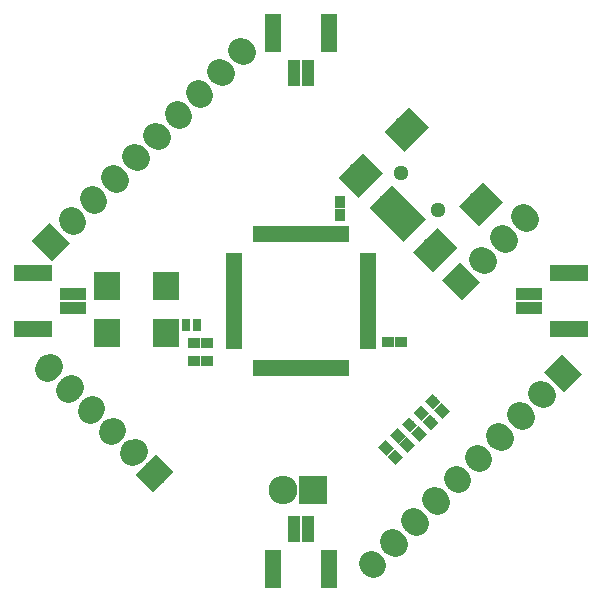
<source format=gbr>
G04 #@! TF.GenerationSoftware,KiCad,Pcbnew,5.0-dev-unknown-28f1209~61~ubuntu16.04.1*
G04 #@! TF.CreationDate,2018-02-18T12:37:57+01:00*
G04 #@! TF.ProjectId,roboy_crazyfly,726F626F795F6372617A79666C792E6B,rev?*
G04 #@! TF.SameCoordinates,Original*
G04 #@! TF.FileFunction,Soldermask,Bot*
G04 #@! TF.FilePolarity,Negative*
%FSLAX46Y46*%
G04 Gerber Fmt 4.6, Leading zero omitted, Abs format (unit mm)*
G04 Created by KiCad (PCBNEW 5.0-dev-unknown-28f1209~61~ubuntu16.04.1) date Sun Feb 18 12:37:57 2018*
%MOMM*%
%LPD*%
G01*
G04 APERTURE LIST*
%ADD10R,1.000000X0.900000*%
%ADD11R,0.900000X1.000000*%
%ADD12C,0.900000*%
%ADD13C,0.100000*%
%ADD14R,2.432000X2.432000*%
%ADD15O,2.432000X2.432000*%
%ADD16C,2.127200*%
%ADD17C,2.127200*%
%ADD18R,0.800000X1.000000*%
%ADD19R,1.400000X0.650000*%
%ADD20R,0.650000X1.400000*%
%ADD21R,2.200000X2.400000*%
%ADD22C,0.900380*%
%ADD23C,2.398980*%
%ADD24C,1.299160*%
%ADD25R,1.000000X2.200000*%
%ADD26R,1.400000X3.200000*%
%ADD27R,2.200000X1.000000*%
%ADD28R,3.200000X1.400000*%
G04 APERTURE END LIST*
D10*
X132075000Y-90075000D03*
X130975000Y-90075000D03*
D11*
X143325000Y-77700000D03*
X143325000Y-76600000D03*
D10*
X147325000Y-88450000D03*
X148425000Y-88450000D03*
D12*
X149963909Y-96238909D03*
D13*
G36*
X150635660Y-96274264D02*
X149999264Y-96910660D01*
X149292158Y-96203554D01*
X149928554Y-95567158D01*
X150635660Y-96274264D01*
X150635660Y-96274264D01*
G37*
D12*
X149186091Y-95461091D03*
D13*
G36*
X149857842Y-95496446D02*
X149221446Y-96132842D01*
X148514340Y-95425736D01*
X149150736Y-94789340D01*
X149857842Y-95496446D01*
X149857842Y-95496446D01*
G37*
D12*
X150963909Y-95263909D03*
D13*
G36*
X151635660Y-95299264D02*
X150999264Y-95935660D01*
X150292158Y-95228554D01*
X150928554Y-94592158D01*
X151635660Y-95299264D01*
X151635660Y-95299264D01*
G37*
D12*
X150186091Y-94486091D03*
D13*
G36*
X150857842Y-94521446D02*
X150221446Y-95157842D01*
X149514340Y-94450736D01*
X150150736Y-93814340D01*
X150857842Y-94521446D01*
X150857842Y-94521446D01*
G37*
D12*
X147963909Y-98213909D03*
D13*
G36*
X148635660Y-98249264D02*
X147999264Y-98885660D01*
X147292158Y-98178554D01*
X147928554Y-97542158D01*
X148635660Y-98249264D01*
X148635660Y-98249264D01*
G37*
D12*
X147186091Y-97436091D03*
D13*
G36*
X147857842Y-97471446D02*
X147221446Y-98107842D01*
X146514340Y-97400736D01*
X147150736Y-96764340D01*
X147857842Y-97471446D01*
X147857842Y-97471446D01*
G37*
D12*
X151913909Y-94288909D03*
D13*
G36*
X152585660Y-94324264D02*
X151949264Y-94960660D01*
X151242158Y-94253554D01*
X151878554Y-93617158D01*
X152585660Y-94324264D01*
X152585660Y-94324264D01*
G37*
D12*
X151136091Y-93511091D03*
D13*
G36*
X151807842Y-93546446D02*
X151171446Y-94182842D01*
X150464340Y-93475736D01*
X151100736Y-92839340D01*
X151807842Y-93546446D01*
X151807842Y-93546446D01*
G37*
D12*
X148988909Y-97188909D03*
D13*
G36*
X149660660Y-97224264D02*
X149024264Y-97860660D01*
X148317158Y-97153554D01*
X148953554Y-96517158D01*
X149660660Y-97224264D01*
X149660660Y-97224264D01*
G37*
D12*
X148211091Y-96411091D03*
D13*
G36*
X148882842Y-96446446D02*
X148246446Y-97082842D01*
X147539340Y-96375736D01*
X148175736Y-95739340D01*
X148882842Y-96446446D01*
X148882842Y-96446446D01*
G37*
D10*
X132075000Y-88525000D03*
X130975000Y-88525000D03*
D14*
X141000000Y-101000000D03*
D15*
X138460000Y-101000000D03*
D16*
X127600000Y-99600000D03*
D13*
G36*
X129211921Y-99492237D02*
X127492237Y-101211921D01*
X125988079Y-99707763D01*
X127707763Y-97988079D01*
X129211921Y-99492237D01*
X129211921Y-99492237D01*
G37*
D16*
X125803949Y-97803949D03*
D17*
X125696186Y-97911712D02*
X125911712Y-97696186D01*
D16*
X124007898Y-96007898D03*
D17*
X123900135Y-96115661D02*
X124115661Y-95900135D01*
D16*
X122211846Y-94211846D03*
D17*
X122104083Y-94319609D02*
X122319609Y-94104083D01*
D16*
X120415795Y-92415795D03*
D17*
X120308032Y-92523558D02*
X120523558Y-92308032D01*
D16*
X118619744Y-90619744D03*
D17*
X118511981Y-90727507D02*
X118727507Y-90511981D01*
D16*
X153550000Y-83325000D03*
D13*
G36*
X153657763Y-84936921D02*
X151938079Y-83217237D01*
X153442237Y-81713079D01*
X155161921Y-83432763D01*
X153657763Y-84936921D01*
X153657763Y-84936921D01*
G37*
D16*
X155346051Y-81528949D03*
D17*
X155238288Y-81421186D02*
X155453814Y-81636712D01*
D16*
X157142102Y-79732898D03*
D17*
X157034339Y-79625135D02*
X157249865Y-79840661D01*
D16*
X158938154Y-77936846D03*
D17*
X158830391Y-77829083D02*
X159045917Y-78044609D01*
D16*
X162175000Y-91100000D03*
D13*
G36*
X162067237Y-89488079D02*
X163786921Y-91207763D01*
X162282763Y-92711921D01*
X160563079Y-90992237D01*
X162067237Y-89488079D01*
X162067237Y-89488079D01*
G37*
D16*
X160378949Y-92896051D03*
D17*
X160486712Y-93003814D02*
X160271186Y-92788288D01*
D16*
X158582898Y-94692102D03*
D17*
X158690661Y-94799865D02*
X158475135Y-94584339D01*
D16*
X156786846Y-96488154D03*
D17*
X156894609Y-96595917D02*
X156679083Y-96380391D01*
D16*
X154990795Y-98284205D03*
D17*
X155098558Y-98391968D02*
X154883032Y-98176442D01*
D16*
X153194744Y-100080256D03*
D17*
X153302507Y-100188019D02*
X153086981Y-99972493D01*
D16*
X151398693Y-101876307D03*
D17*
X151506456Y-101984070D02*
X151290930Y-101768544D01*
D16*
X149602641Y-103672359D03*
D17*
X149710404Y-103780122D02*
X149494878Y-103564596D01*
D16*
X147806590Y-105468410D03*
D17*
X147914353Y-105576173D02*
X147698827Y-105360647D01*
D16*
X146010539Y-107264461D03*
D17*
X146118302Y-107372224D02*
X145902776Y-107156698D01*
D16*
X118800000Y-80000000D03*
D13*
G36*
X118907763Y-81611921D02*
X117188079Y-79892237D01*
X118692237Y-78388079D01*
X120411921Y-80107763D01*
X118907763Y-81611921D01*
X118907763Y-81611921D01*
G37*
D16*
X120596051Y-78203949D03*
D17*
X120488288Y-78096186D02*
X120703814Y-78311712D01*
D16*
X122392102Y-76407898D03*
D17*
X122284339Y-76300135D02*
X122499865Y-76515661D01*
D16*
X124188154Y-74611846D03*
D17*
X124080391Y-74504083D02*
X124295917Y-74719609D01*
D16*
X125984205Y-72815795D03*
D17*
X125876442Y-72708032D02*
X126091968Y-72923558D01*
D16*
X127780256Y-71019744D03*
D17*
X127672493Y-70911981D02*
X127888019Y-71127507D01*
D16*
X129576307Y-69223693D03*
D17*
X129468544Y-69115930D02*
X129684070Y-69331456D01*
D16*
X131372359Y-67427641D03*
D17*
X131264596Y-67319878D02*
X131480122Y-67535404D01*
D16*
X133168410Y-65631590D03*
D17*
X133060647Y-65523827D02*
X133276173Y-65739353D01*
D16*
X134964461Y-63835539D03*
D17*
X134856698Y-63727776D02*
X135072224Y-63943302D01*
D18*
X131200000Y-87025000D03*
X130300000Y-87025000D03*
D19*
X134300000Y-88750000D03*
X134300000Y-88250000D03*
X134300000Y-87750000D03*
X134300000Y-87250000D03*
X134300000Y-86750000D03*
X134300000Y-86250000D03*
X134300000Y-85750000D03*
X134300000Y-85250000D03*
X134300000Y-84750000D03*
X134300000Y-84250000D03*
X134300000Y-83750000D03*
X134300000Y-83250000D03*
X134300000Y-82750000D03*
X134300000Y-82250000D03*
X134300000Y-81750000D03*
X134300000Y-81250000D03*
D20*
X136250000Y-79300000D03*
X136750000Y-79300000D03*
X137250000Y-79300000D03*
X137750000Y-79300000D03*
X138250000Y-79300000D03*
X138750000Y-79300000D03*
X139250000Y-79300000D03*
X139750000Y-79300000D03*
X140250000Y-79300000D03*
X140750000Y-79300000D03*
X141250000Y-79300000D03*
X141750000Y-79300000D03*
X142250000Y-79300000D03*
X142750000Y-79300000D03*
X143250000Y-79300000D03*
X143750000Y-79300000D03*
D19*
X145700000Y-81250000D03*
X145700000Y-81750000D03*
X145700000Y-82250000D03*
X145700000Y-82750000D03*
X145700000Y-83250000D03*
X145700000Y-83750000D03*
X145700000Y-84250000D03*
X145700000Y-84750000D03*
X145700000Y-85250000D03*
X145700000Y-85750000D03*
X145700000Y-86250000D03*
X145700000Y-86750000D03*
X145700000Y-87250000D03*
X145700000Y-87750000D03*
X145700000Y-88250000D03*
X145700000Y-88750000D03*
D20*
X143750000Y-90700000D03*
X143250000Y-90700000D03*
X142750000Y-90700000D03*
X142250000Y-90700000D03*
X141750000Y-90700000D03*
X141250000Y-90700000D03*
X140750000Y-90700000D03*
X140250000Y-90700000D03*
X139750000Y-90700000D03*
X139250000Y-90700000D03*
X138750000Y-90700000D03*
X138250000Y-90700000D03*
X137750000Y-90700000D03*
X137250000Y-90700000D03*
X136750000Y-90700000D03*
X136250000Y-90700000D03*
D21*
X123546000Y-87700000D03*
X128554000Y-87700000D03*
X123546000Y-83700000D03*
X128554000Y-83700000D03*
D22*
X147029450Y-76457525D03*
D13*
G36*
X147666150Y-75184160D02*
X148302815Y-75820825D01*
X146392750Y-77730890D01*
X145756085Y-77094225D01*
X147666150Y-75184160D01*
X147666150Y-75184160D01*
G37*
D22*
X147595206Y-77023281D03*
D13*
G36*
X148231906Y-75749916D02*
X148868571Y-76386581D01*
X146958506Y-78296646D01*
X146321841Y-77659981D01*
X148231906Y-75749916D01*
X148231906Y-75749916D01*
G37*
D22*
X148160962Y-77589038D03*
D13*
G36*
X148797662Y-76315673D02*
X149434327Y-76952338D01*
X147524262Y-78862403D01*
X146887597Y-78225738D01*
X148797662Y-76315673D01*
X148797662Y-76315673D01*
G37*
D22*
X148726719Y-78154794D03*
D13*
G36*
X149363419Y-76881429D02*
X150000084Y-77518094D01*
X148090019Y-79428159D01*
X147453354Y-78791494D01*
X149363419Y-76881429D01*
X149363419Y-76881429D01*
G37*
D22*
X149292475Y-78720550D03*
D13*
G36*
X149929175Y-77447185D02*
X150565840Y-78083850D01*
X148655775Y-79993915D01*
X148019110Y-79357250D01*
X149929175Y-77447185D01*
X149929175Y-77447185D01*
G37*
D23*
X145084327Y-74372310D03*
D13*
G36*
X145261238Y-72499064D02*
X146957573Y-74195399D01*
X144907416Y-76245556D01*
X143211081Y-74549221D01*
X145261238Y-72499064D01*
X145261238Y-72499064D01*
G37*
D23*
X148972778Y-70483859D03*
D13*
G36*
X149149689Y-68610613D02*
X150846024Y-70306948D01*
X148795867Y-72357105D01*
X147099532Y-70660770D01*
X149149689Y-68610613D01*
X149149689Y-68610613D01*
G37*
D23*
X151377690Y-80665673D03*
D13*
G36*
X151554601Y-78792427D02*
X153250936Y-80488762D01*
X151200779Y-82538919D01*
X149504444Y-80842584D01*
X151554601Y-78792427D01*
X151554601Y-78792427D01*
G37*
D23*
X155266141Y-76777222D03*
D13*
G36*
X155443052Y-74903976D02*
X157139387Y-76600311D01*
X155089230Y-78650468D01*
X153392895Y-76954133D01*
X155443052Y-74903976D01*
X155443052Y-74903976D01*
G37*
D24*
X148442942Y-74196297D03*
X151553703Y-77307058D03*
D25*
X140625000Y-65675000D03*
X139375000Y-65675000D03*
D26*
X137650000Y-62325000D03*
X142350000Y-62325000D03*
D25*
X139375000Y-104325000D03*
X140625000Y-104325000D03*
D26*
X142350000Y-107675000D03*
X137650000Y-107675000D03*
D27*
X120675000Y-84375000D03*
X120675000Y-85625000D03*
D28*
X117325000Y-87350000D03*
X117325000Y-82650000D03*
D27*
X159325000Y-85625000D03*
X159325000Y-84375000D03*
D28*
X162675000Y-82650000D03*
X162675000Y-87350000D03*
M02*

</source>
